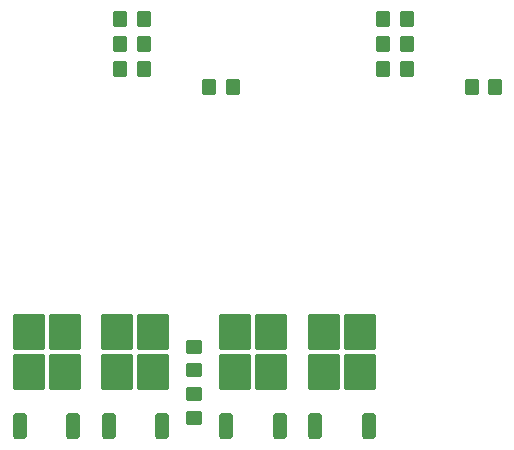
<source format=gbr>
%TF.GenerationSoftware,KiCad,Pcbnew,7.0.1-0*%
%TF.CreationDate,2024-10-14T15:01:22+02:00*%
%TF.ProjectId,SerialControllerBoard,53657269-616c-4436-9f6e-74726f6c6c65,rev?*%
%TF.SameCoordinates,Original*%
%TF.FileFunction,Paste,Top*%
%TF.FilePolarity,Positive*%
%FSLAX46Y46*%
G04 Gerber Fmt 4.6, Leading zero omitted, Abs format (unit mm)*
G04 Created by KiCad (PCBNEW 7.0.1-0) date 2024-10-14 15:01:22*
%MOMM*%
%LPD*%
G01*
G04 APERTURE LIST*
G04 Aperture macros list*
%AMRoundRect*
0 Rectangle with rounded corners*
0 $1 Rounding radius*
0 $2 $3 $4 $5 $6 $7 $8 $9 X,Y pos of 4 corners*
0 Add a 4 corners polygon primitive as box body*
4,1,4,$2,$3,$4,$5,$6,$7,$8,$9,$2,$3,0*
0 Add four circle primitives for the rounded corners*
1,1,$1+$1,$2,$3*
1,1,$1+$1,$4,$5*
1,1,$1+$1,$6,$7*
1,1,$1+$1,$8,$9*
0 Add four rect primitives between the rounded corners*
20,1,$1+$1,$2,$3,$4,$5,0*
20,1,$1+$1,$4,$5,$6,$7,0*
20,1,$1+$1,$6,$7,$8,$9,0*
20,1,$1+$1,$8,$9,$2,$3,0*%
G04 Aperture macros list end*
%ADD10RoundRect,0.250000X-0.450000X0.350000X-0.450000X-0.350000X0.450000X-0.350000X0.450000X0.350000X0*%
%ADD11RoundRect,0.250000X0.350000X0.450000X-0.350000X0.450000X-0.350000X-0.450000X0.350000X-0.450000X0*%
%ADD12RoundRect,0.250000X0.350000X-0.850000X0.350000X0.850000X-0.350000X0.850000X-0.350000X-0.850000X0*%
%ADD13RoundRect,0.250000X1.125000X-1.275000X1.125000X1.275000X-1.125000X1.275000X-1.125000X-1.275000X0*%
%ADD14RoundRect,0.250000X0.450000X-0.350000X0.450000X0.350000X-0.450000X0.350000X-0.450000X-0.350000X0*%
G04 APERTURE END LIST*
D10*
%TO.C,R2*%
X137000000Y-85000000D03*
X137000000Y-87000000D03*
%TD*%
D11*
%TO.C,R10*%
X155000000Y-57465000D03*
X153000000Y-57465000D03*
%TD*%
%TO.C,R7*%
X140250000Y-59000000D03*
X138250000Y-59000000D03*
%TD*%
%TO.C,R5*%
X132750000Y-55340000D03*
X130750000Y-55340000D03*
%TD*%
D12*
%TO.C,Q3*%
X129750000Y-87725000D03*
D13*
X130505000Y-83100000D03*
X133555000Y-83100000D03*
X130505000Y-79750000D03*
X133555000Y-79750000D03*
D12*
X134310000Y-87725000D03*
%TD*%
D11*
%TO.C,R8*%
X162500000Y-59000000D03*
X160500000Y-59000000D03*
%TD*%
%TO.C,R3*%
X132750000Y-53215000D03*
X130750000Y-53215000D03*
%TD*%
D12*
%TO.C,Q4*%
X147220000Y-87725000D03*
D13*
X147975000Y-83100000D03*
X151025000Y-83100000D03*
X147975000Y-79750000D03*
X151025000Y-79750000D03*
D12*
X151780000Y-87725000D03*
%TD*%
D11*
%TO.C,R4*%
X155000000Y-53215000D03*
X153000000Y-53215000D03*
%TD*%
D14*
%TO.C,R1*%
X137000000Y-83000000D03*
X137000000Y-81000000D03*
%TD*%
D12*
%TO.C,Q2*%
X139720000Y-87725000D03*
D13*
X140475000Y-83100000D03*
X143525000Y-83100000D03*
X140475000Y-79750000D03*
X143525000Y-79750000D03*
D12*
X144280000Y-87725000D03*
%TD*%
D11*
%TO.C,R6*%
X155000000Y-55340000D03*
X153000000Y-55340000D03*
%TD*%
%TO.C,R9*%
X132750000Y-57465000D03*
X130750000Y-57465000D03*
%TD*%
D12*
%TO.C,Q1*%
X122220000Y-87725000D03*
D13*
X122975000Y-83100000D03*
X126025000Y-83100000D03*
X122975000Y-79750000D03*
X126025000Y-79750000D03*
D12*
X126780000Y-87725000D03*
%TD*%
M02*

</source>
